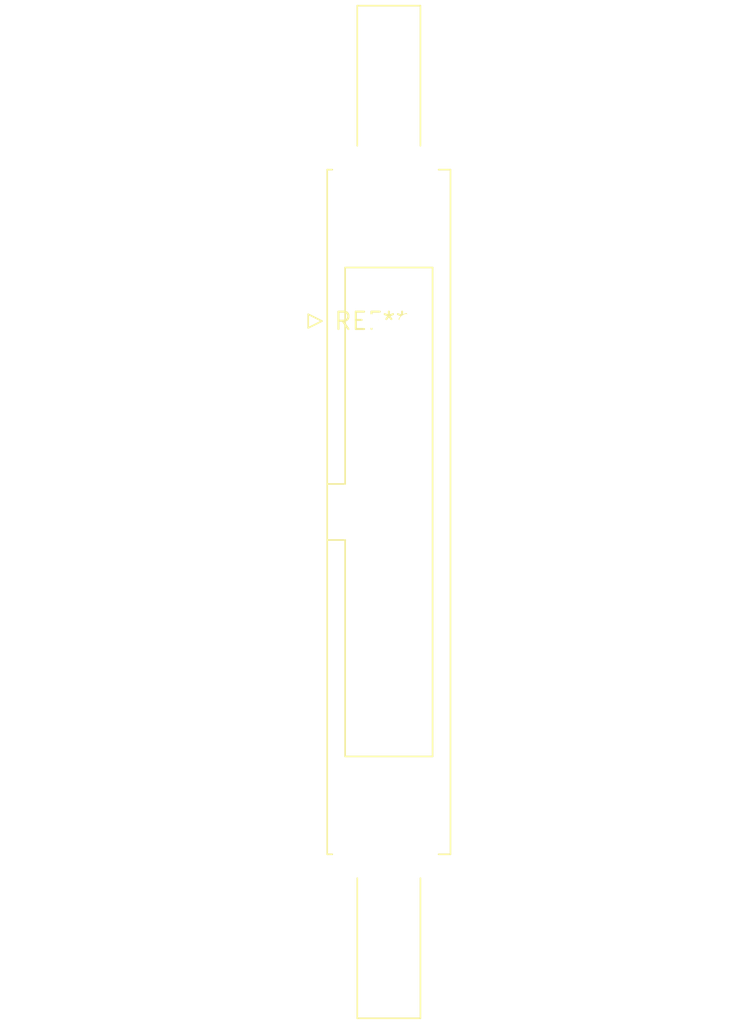
<source format=kicad_pcb>
(kicad_pcb (version 20240108) (generator pcbnew)
  (layers (0 "F.Cu" signal) (31 "B.Cu" signal) (34 "B.Paste" user) (35 "F.Paste" user) (36 "B.SilkS" user "B.Silkscreen") (37 "F.SilkS" user "F.Silkscreen") (38 "B.Mask" user) (39 "F.Mask" user) (44 "Edge.Cuts" user))
  (net 0 "")
  (footprint "IDC-Header_2x12-1MP_P2.54mm_Latch12.0mm_Vertical" (layer "F.Cu") (at 0 0)
    (property "Reference" "REF**")
    (property "Value" "IDC-Header_2x12-1MP_P2.54mm_Latch12.0mm_Vertical")
    (fp_line (start -4.63 -0.5) (end -4.63 0.5) (layer "F.SilkS") (stroke (width 0.12)))
    (fp_line (start -4.63 0.5) (end -3.63 0) (layer "F.SilkS") (stroke (width 0.12)))
    (fp_line (start -3.63 0) (end -4.63 -0.5) (layer "F.SilkS") (stroke (width 0.12)))
    (fp_line (start -3.24 -11.08) (end -3.24 39.02) (layer "F.SilkS") (stroke (width 0.12)))
    (fp_line (start -3.24 11.92) (end -1.93 11.92) (layer "F.SilkS") (stroke (width 0.12)))
    (fp_line (start -3.24 39.02) (end -2.87 39.02) (layer "F.SilkS") (stroke (width 0.12)))
    (fp_line (start -2.87 -11.08) (end -3.24 -11.08) (layer "F.SilkS") (stroke (width 0.12)))
    (fp_line (start -1.93 -3.92) (end 4.47 -3.92) (layer "F.SilkS") (stroke (width 0.12)))
    (fp_line (start -1.93 11.92) (end -1.93 -3.92) (layer "F.SilkS") (stroke (width 0.12)))
    (fp_line (start -1.93 16.02) (end -3.24 16.02) (layer "F.SilkS") (stroke (width 0.12)))
    (fp_line (start -1.93 16.02) (end -1.93 16.02) (layer "F.SilkS") (stroke (width 0.12)))
    (fp_line (start -1.93 31.86) (end -1.93 16.02) (layer "F.SilkS") (stroke (width 0.12)))
    (fp_line (start -1.04 -23.08) (end 3.58 -23.08) (layer "F.SilkS") (stroke (width 0.12)))
    (fp_line (start -1.04 -12.83) (end -1.04 -23.08) (layer "F.SilkS") (stroke (width 0.12)))
    (fp_line (start -1.04 40.77) (end -1.04 51.02) (layer "F.SilkS") (stroke (width 0.12)))
    (fp_line (start -1.04 51.02) (end 3.58 51.02) (layer "F.SilkS") (stroke (width 0.12)))
    (fp_line (start 3.58 -23.08) (end 3.58 -12.83) (layer "F.SilkS") (stroke (width 0.12)))
    (fp_line (start 3.58 51.02) (end 3.58 40.77) (layer "F.SilkS") (stroke (width 0.12)))
    (fp_line (start 4.47 -3.92) (end 4.47 31.86) (layer "F.SilkS") (stroke (width 0.12)))
    (fp_line (start 4.47 31.86) (end -1.93 31.86) (layer "F.SilkS") (stroke (width 0.12)))
    (fp_line (start 4.91 -11.08) (end 5.78 -11.08) (layer "F.SilkS") (stroke (width 0.12)))
    (fp_line (start 5.78 -11.08) (end 5.78 39.02) (layer "F.SilkS") (stroke (width 0.12)))
    (fp_line (start 5.78 39.02) (end 4.91 39.02) (layer "F.SilkS") (stroke (width 0.12)))
    (pad "1" thru_hole roundrect (at 0 0) (size 1.7 1.7) (drill 1) (layers *.Cu *.Mask) (remove_unused_layers) (roundrect_rratio 0.147059))
    (pad "2" thru_hole circle (at 2.54 0) (size 1.7 1.7) (drill 1) (layers *.Cu *.Mask) (remove_unused_layers))
    (pad "3" thru_hole circle (at 0 2.54) (size 1.7 1.7) (drill 1) (layers *.Cu *.Mask) (remove_unused_layers))
    (pad "4" thru_hole circle (at 2.54 2.54) (size 1.7 1.7) (drill 1) (layers *.Cu *.Mask) (remove_unused_layers))
    (pad "5" thru_hole circle (at 0 5.08) (size 1.7 1.7) (drill 1) (layers *.Cu *.Mask) (remove_unused_layers))
    (pad "6" thru_hole circle (at 2.54 5.08) (size 1.7 1.7) (drill 1) (layers *.Cu *.Mask) (remove_unused_layers))
    (pad "7" thru_hole circle (at 0 7.62) (size 1.7 1.7) (drill 1) (layers *.Cu *.Mask) (remove_unused_layers))
    (pad "8" thru_hole circle (at 2.54 7.62) (size 1.7 1.7) (drill 1) (layers *.Cu *.Mask) (remove_unused_layers))
    (pad "9" thru_hole circle (at 0 10.16) (size 1.7 1.7) (drill 1) (layers *.Cu *.Mask) (remove_unused_layers))
    (pad "10" thru_hole circle (at 2.54 10.16) (size 1.7 1.7) (drill 1) (layers *.Cu *.Mask) (remove_unused_layers))
    (pad "11" thru_hole circle (at 0 12.7) (size 1.7 1.7) (drill 1) (layers *.Cu *.Mask) (remove_unused_layers))
    (pad "12" thru_hole circle (at 2.54 12.7) (size 1.7 1.7) (drill 1) (layers *.Cu *.Mask) (remove_unused_layers))
    (pad "13" thru_hole circle (at 0 15.24) (size 1.7 1.7) (drill 1) (layers *.Cu *.Mask) (remove_unused_layers))
    (pad "14" thru_hole circle (at 2.54 15.24) (size 1.7 1.7) (drill 1) (layers *.Cu *.Mask) (remove_unused_layers))
    (pad "15" thru_hole circle (at 0 17.78) (size 1.7 1.7) (drill 1) (layers *.Cu *.Mask) (remove_unused_layers))
    (pad "16" thru_hole circle (at 2.54 17.78) (size 1.7 1.7) (drill 1) (layers *.Cu *.Mask) (remove_unused_layers))
    (pad "17" thru_hole circle (at 0 20.32) (size 1.7 1.7) (drill 1) (layers *.Cu *.Mask) (remove_unused_layers))
    (pad "18" thru_hole circle (at 2.54 20.32) (size 1.7 1.7) (drill 1) (layers *.Cu *.Mask) (remove_unused_layers))
    (pad "19" thru_hole circle (at 0 22.86) (size 1.7 1.7) (drill 1) (layers *.Cu *.Mask) (remove_unused_layers))
    (pad "20" thru_hole circle (at 2.54 22.86) (size 1.7 1.7) (drill 1) (layers *.Cu *.Mask) (remove_unused_layers))
    (pad "21" thru_hole circle (at 0 25.4) (size 1.7 1.7) (drill 1) (layers *.Cu *.Mask) (remove_unused_layers))
    (pad "22" thru_hole circle (at 2.54 25.4) (size 1.7 1.7) (drill 1) (layers *.Cu *.Mask) (remove_unused_layers))
    (pad "23" thru_hole circle (at 0 27.94) (size 1.7 1.7) (drill 1) (layers *.Cu *.Mask) (remove_unused_layers))
    (pad "24" thru_hole circle (at 2.54 27.94) (size 1.7 1.7) (drill 1) (layers *.Cu *.Mask) (remove_unused_layers))
    (pad "MP" thru_hole circle (at 1.02 -8.94) (size 8 8) (drill 2.69) (layers *.Cu *.Mask) (remove_unused_layers))
    (pad "MP" thru_hole circle (at 1.02 36.88) (size 8 8) (drill 2.69) (layers *.Cu *.Mask) (remove_unused_layers))
  )
)
</source>
